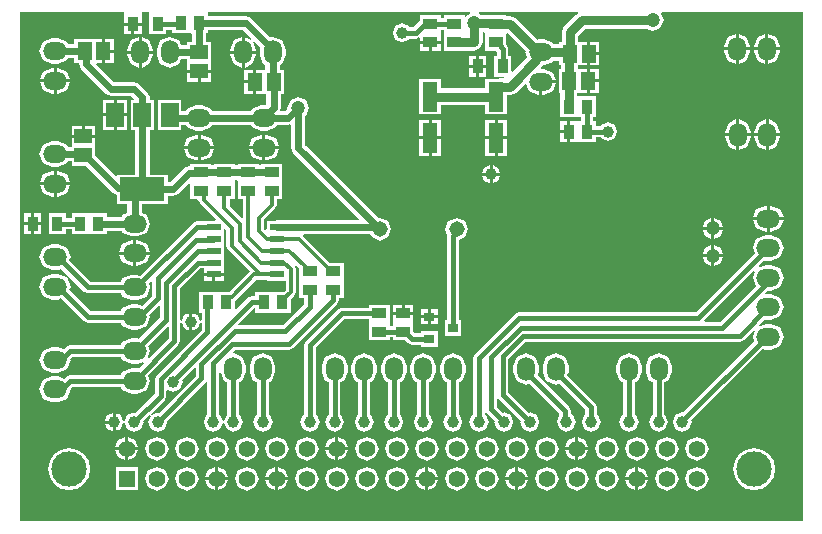
<source format=gbl>
G04*
G04 #@! TF.GenerationSoftware,Altium Limited,Altium Designer,20.0.11 (256)*
G04*
G04 Layer_Physical_Order=2*
G04 Layer_Color=16711680*
%FSLAX44Y44*%
%MOMM*%
G71*
G01*
G75*
%ADD17R,1.2500X0.9500*%
%ADD24R,1.5000X1.3000*%
%ADD63C,0.4000*%
%ADD64C,0.6000*%
%ADD65O,1.5240X2.0000*%
%ADD66C,1.3080*%
%ADD67O,2.0000X1.5000*%
%ADD68C,1.3980*%
%ADD69R,1.3980X1.3980*%
%ADD70O,2.0000X1.5240*%
%ADD71C,1.0000*%
%ADD72C,1.2000*%
%ADD73C,3.0000*%
%ADD74R,0.9000X0.8000*%
%ADD75R,1.3000X2.5000*%
%ADD76R,0.9500X1.2500*%
%ADD77R,0.9500X1.2500*%
%ADD78R,1.3000X1.5000*%
%ADD79R,1.5000X2.0000*%
%ADD80R,3.8000X2.0000*%
%ADD81R,1.1800X0.5800*%
%ADD82C,0.8000*%
%ADD83C,0.3000*%
G36*
X663000Y0D02*
X0D01*
Y431000D01*
X88565D01*
X88710Y429790D01*
X88710Y429730D01*
Y422270D01*
X103290D01*
Y429730D01*
X103290Y429790D01*
X103435Y431000D01*
X109565D01*
X109710Y429790D01*
X109710Y429730D01*
Y412210D01*
X124290D01*
Y416086D01*
X129228D01*
Y413210D01*
X143458D01*
X143808Y413210D01*
X144751D01*
X146021Y412422D01*
Y406040D01*
X141960D01*
Y402996D01*
X136582D01*
X134859Y407156D01*
X127083Y410377D01*
X119306Y407156D01*
X116085Y399380D01*
Y394620D01*
X119306Y386844D01*
X127083Y383623D01*
X134859Y386844D01*
X136582Y391003D01*
X141960D01*
Y387960D01*
Y382270D01*
X162040D01*
Y387960D01*
Y406040D01*
X158014D01*
Y413210D01*
X159308D01*
Y416003D01*
X189061D01*
X196246Y408819D01*
X195527Y407742D01*
X190435Y409851D01*
Y398270D01*
X200162D01*
Y399380D01*
X197527Y405742D01*
X198604Y406461D01*
X203905Y401160D01*
X203168Y399380D01*
Y394620D01*
X206389Y386844D01*
X208169Y386107D01*
Y382040D01*
X200270D01*
Y372000D01*
Y361960D01*
X209004D01*
Y352605D01*
X208703Y352305D01*
X204293D01*
X196608Y349122D01*
X195909Y347434D01*
X162883D01*
X162184Y349122D01*
X154500Y352305D01*
X149500D01*
X141816Y349122D01*
X141117Y347434D01*
X137040D01*
Y356540D01*
X116960D01*
Y331460D01*
X137040D01*
Y335441D01*
X141117D01*
X141816Y333753D01*
X149500Y330570D01*
X154500D01*
X162184Y333753D01*
X162883Y335441D01*
X195909D01*
X196608Y333753D01*
X204293Y330570D01*
X209293D01*
X216977Y333753D01*
X217676Y335441D01*
X227437D01*
X228948Y336067D01*
X230004Y335361D01*
Y316322D01*
X231760Y312082D01*
X287672Y256170D01*
X287186Y254996D01*
X217730D01*
X216387Y254440D01*
X209290D01*
Y247083D01*
X208117Y246597D01*
X206903Y247811D01*
Y255189D01*
X216622Y264908D01*
X216622Y264908D01*
X217903Y268000D01*
X217903Y268000D01*
Y272523D01*
X222362D01*
Y286752D01*
X222362Y287103D01*
Y288022D01*
X222362Y288372D01*
Y302603D01*
X204782D01*
Y301309D01*
X202320D01*
Y302603D01*
X184740D01*
Y301309D01*
X182277D01*
Y302603D01*
X164697D01*
Y301309D01*
X162235D01*
Y302603D01*
X144655D01*
Y300847D01*
X143538D01*
X139298Y299091D01*
X127204Y286996D01*
X125540D01*
Y293540D01*
X109997D01*
Y331460D01*
X114040D01*
Y356540D01*
X109997D01*
Y359000D01*
X108240Y363240D01*
X101240Y370240D01*
X97000Y371996D01*
X79484D01*
X64694Y386787D01*
X65180Y387960D01*
X69730D01*
Y398000D01*
Y408040D01*
X45960D01*
Y403914D01*
X40893D01*
X40156Y405694D01*
X32380Y408915D01*
X27620D01*
X19844Y405694D01*
X16623Y397918D01*
X19844Y390141D01*
X27620Y386920D01*
X32380D01*
X40156Y390141D01*
X40893Y391921D01*
X45960D01*
Y387960D01*
X50160D01*
Y386843D01*
X51917Y382603D01*
X72760Y361760D01*
X77000Y360004D01*
X94516D01*
X96806Y357713D01*
X96320Y356540D01*
X93960D01*
Y331460D01*
X98004D01*
Y293540D01*
X82460D01*
Y292680D01*
X81287Y292194D01*
X64040Y309440D01*
Y316960D01*
Y324730D01*
X43960D01*
Y316831D01*
X40893D01*
X40156Y318611D01*
X32380Y321832D01*
X27620D01*
X19844Y318611D01*
X16623Y310835D01*
X19844Y303059D01*
X27620Y299838D01*
X32380D01*
X40156Y303059D01*
X40893Y304839D01*
X43960D01*
Y300960D01*
X55560D01*
X78760Y277760D01*
X82460Y276227D01*
Y268460D01*
X91316D01*
Y261419D01*
X87128Y259684D01*
X86429Y257996D01*
X74082D01*
Y260790D01*
X59853D01*
X59503Y260790D01*
X58583D01*
X58232Y260790D01*
X44002D01*
Y256914D01*
X39290D01*
Y260790D01*
X24710D01*
Y243210D01*
X39290D01*
Y247086D01*
X44002D01*
Y243210D01*
X58232D01*
X58583Y243210D01*
X59503D01*
X59853Y243210D01*
X74082D01*
Y246003D01*
X86429D01*
X87128Y244316D01*
X94812Y241133D01*
X99813D01*
X107497Y244316D01*
X110680Y252000D01*
X107497Y259684D01*
X103309Y261419D01*
Y268460D01*
X125540D01*
Y275004D01*
X129688D01*
X133928Y276760D01*
X143385Y286217D01*
X144655Y285691D01*
Y272523D01*
X150177D01*
X151350Y272320D01*
X152631Y269228D01*
X163530Y258329D01*
X163530Y258329D01*
X163530Y258329D01*
X166246Y255613D01*
X165760Y254440D01*
X156090D01*
Y253914D01*
X150000D01*
X146525Y252475D01*
X101978Y207928D01*
X99813Y208825D01*
X94812D01*
X87128Y205642D01*
X85981Y202871D01*
X60210D01*
X42192Y220890D01*
X43377Y223752D01*
X40156Y231528D01*
X32380Y234750D01*
X27620D01*
X19844Y231528D01*
X16623Y223752D01*
X19844Y215976D01*
X27620Y212755D01*
X32380D01*
X35242Y213941D01*
X54700Y194483D01*
X58175Y193043D01*
X85981D01*
X87128Y190273D01*
X94812Y187090D01*
X99813D01*
X107497Y190273D01*
X110680Y197957D01*
X109282Y201332D01*
X110913Y202963D01*
X112086Y202477D01*
Y191035D01*
X103392Y182342D01*
X99813Y183825D01*
X94812D01*
X87128Y180642D01*
X85981Y177871D01*
X60210D01*
X42192Y195890D01*
X43377Y198752D01*
X40156Y206528D01*
X32380Y209750D01*
X27620D01*
X19844Y206528D01*
X16623Y198752D01*
X19844Y190976D01*
X27620Y187755D01*
X32380D01*
X35242Y188941D01*
X54700Y169483D01*
X58175Y168043D01*
X85981D01*
X87128Y165273D01*
X94812Y162090D01*
X99813D01*
X107497Y165273D01*
X110680Y172957D01*
X109868Y174918D01*
X117913Y182963D01*
X119086Y182477D01*
Y172638D01*
X100815Y154367D01*
X99813Y154782D01*
X94812D01*
X87128Y151599D01*
X85981Y148829D01*
X42667D01*
X39192Y147390D01*
X37393Y145591D01*
X32380Y147667D01*
X27620D01*
X19844Y144446D01*
X16623Y136670D01*
X19844Y128894D01*
X27620Y125673D01*
X32380D01*
X40156Y128894D01*
X43377Y136670D01*
X43082Y137381D01*
X44702Y139001D01*
X85981D01*
X87128Y136231D01*
X94812Y133048D01*
X99813D01*
X104741Y135089D01*
X105461Y134012D01*
X100815Y129367D01*
X99813Y129782D01*
X94812D01*
X87128Y126599D01*
X85981Y123829D01*
X42667D01*
X39192Y122390D01*
X37393Y120591D01*
X32380Y122667D01*
X27620D01*
X19844Y119446D01*
X16623Y111670D01*
X19844Y103894D01*
X27620Y100673D01*
X32380D01*
X40156Y103894D01*
X43377Y111670D01*
X43082Y112381D01*
X44702Y114001D01*
X85981D01*
X87128Y111231D01*
X94812Y108048D01*
X99813D01*
X107497Y111231D01*
X110680Y118915D01*
X108800Y123453D01*
X134475Y149128D01*
X134475Y149128D01*
X135914Y152602D01*
X135914Y152602D01*
Y167914D01*
X137184Y168166D01*
X139229Y163229D01*
X143730Y161365D01*
Y169000D01*
Y176635D01*
X139229Y174771D01*
X137184Y169834D01*
X135914Y170086D01*
Y196964D01*
X153035Y214086D01*
X156090D01*
Y210270D01*
X172970D01*
Y213560D01*
Y223560D01*
Y233560D01*
Y247230D01*
X174143Y247716D01*
X175157Y246702D01*
Y233165D01*
X175157Y233165D01*
X176438Y230073D01*
X194960Y211551D01*
X177749Y194340D01*
X177476Y194227D01*
X167740D01*
Y194228D01*
X166820D01*
Y194227D01*
X152240D01*
Y176647D01*
X154086D01*
Y170086D01*
X152816Y169834D01*
X150771Y174771D01*
X146270Y176635D01*
Y169000D01*
Y161365D01*
X150771Y163229D01*
X152816Y168166D01*
X154086Y167914D01*
Y162036D01*
X115985Y123935D01*
X114546Y120460D01*
Y108496D01*
X97857Y91806D01*
X97000Y92161D01*
X91229Y89771D01*
X89187Y84841D01*
X87813D01*
X85771Y89771D01*
X81270Y91635D01*
Y84000D01*
Y76365D01*
X85771Y78229D01*
X87813Y83159D01*
X89187D01*
X91229Y78229D01*
X97000Y75839D01*
X102771Y78229D01*
X105161Y84000D01*
X104806Y84857D01*
X109949Y90000D01*
X111026Y89280D01*
X108839Y84000D01*
X111229Y78229D01*
X117000Y75839D01*
X122771Y78229D01*
X125161Y84000D01*
X124806Y84857D01*
X157475Y117525D01*
X157816Y118349D01*
X159086Y118096D01*
Y90126D01*
X158229Y89771D01*
X155839Y84000D01*
X158229Y78229D01*
X164000Y75839D01*
X169771Y78229D01*
X171813Y83159D01*
X173187D01*
X175229Y78229D01*
X181000Y75839D01*
X186771Y78229D01*
X189161Y84000D01*
X186771Y89771D01*
X185749Y90194D01*
Y117727D01*
X188446Y118844D01*
X191667Y126620D01*
Y131380D01*
X188446Y139156D01*
X181166Y142172D01*
X180749Y143550D01*
X182284Y145086D01*
X228000D01*
X231475Y146525D01*
X269047Y184098D01*
X270487Y187572D01*
Y188710D01*
X274362D01*
Y203290D01*
X274363D01*
Y204210D01*
X274362D01*
Y218790D01*
X262967D01*
X240023Y241733D01*
X240530Y243004D01*
X296961D01*
X298050Y240373D01*
X305000Y237494D01*
X311950Y240373D01*
X314828Y247322D01*
X311950Y254272D01*
X305000Y257150D01*
X304047Y256756D01*
X241996Y318806D01*
Y343240D01*
X242536Y343464D01*
X245244Y350000D01*
X242536Y356536D01*
X236000Y359244D01*
X229464Y356536D01*
X226756Y350000D01*
X226980Y349460D01*
X224954Y347434D01*
X221026D01*
X220321Y348490D01*
X220996Y350121D01*
Y361960D01*
X224040D01*
Y382040D01*
X220161D01*
Y386107D01*
X221941Y386844D01*
X225162Y394620D01*
Y399380D01*
X221941Y407156D01*
X214165Y410377D01*
X212385Y409640D01*
X195785Y426240D01*
X191545Y427996D01*
X160206D01*
X159308Y428894D01*
X159308Y430790D01*
X160491Y431000D01*
X381157D01*
X381405Y429754D01*
X378464Y428536D01*
X377951Y427297D01*
X376705Y427545D01*
Y428290D01*
X359125D01*
Y425914D01*
X356662D01*
Y428290D01*
X339082D01*
Y424160D01*
X333389Y418466D01*
X330126D01*
X329771Y419323D01*
X324000Y421713D01*
X318229Y419323D01*
X315839Y413552D01*
X318229Y407781D01*
X324000Y405391D01*
X329771Y407781D01*
X330126Y408638D01*
X335424D01*
X337812Y409627D01*
X339082Y408778D01*
Y406770D01*
X356662D01*
Y412790D01*
X356662Y412790D01*
Y413710D01*
X356662D01*
X356662Y414060D01*
Y416086D01*
X359125D01*
Y413710D01*
X359125D01*
Y412790D01*
X359125D01*
Y398210D01*
X376705D01*
Y398421D01*
X384958D01*
X389963Y400494D01*
X392036Y405500D01*
Y414132D01*
X393306Y414369D01*
X394210Y413710D01*
Y412790D01*
X394210D01*
Y398210D01*
X403595D01*
X403775Y397775D01*
X404086Y397464D01*
Y394082D01*
X401710D01*
Y376502D01*
X410479D01*
X411157Y375233D01*
X411055Y375079D01*
X405996D01*
X404695Y374540D01*
X394456D01*
Y366579D01*
X356536D01*
Y374540D01*
X338456D01*
Y344460D01*
X356536D01*
Y352421D01*
X394456D01*
Y344460D01*
X412536D01*
Y360921D01*
X415007D01*
X420013Y362994D01*
X427515Y370497D01*
X428761Y370249D01*
X431256Y364224D01*
X439033Y361003D01*
X440143D01*
Y372000D01*
X441413D01*
Y373270D01*
X454264D01*
X451569Y379776D01*
X443793Y382997D01*
X441675D01*
X441189Y384170D01*
X442653Y385634D01*
X442805Y386003D01*
X443793D01*
X451569Y389224D01*
X451858Y389921D01*
X456752D01*
Y385960D01*
X458276D01*
Y383040D01*
X456315D01*
Y362960D01*
X457921D01*
Y359790D01*
X457710D01*
Y342210D01*
X471940D01*
X472290Y342210D01*
X473210D01*
X473560Y342210D01*
X475586D01*
Y338790D01*
X473560D01*
X473210Y338790D01*
X472290D01*
X471940Y338790D01*
X466270D01*
Y330000D01*
Y321210D01*
X471940D01*
X472290Y321210D01*
X473210D01*
X473560Y321210D01*
X487790D01*
Y325086D01*
X491874D01*
X492229Y324229D01*
X498000Y321839D01*
X503771Y324229D01*
X506161Y330000D01*
X503771Y335771D01*
X498000Y338161D01*
X492229Y335771D01*
X491874Y334914D01*
X487790D01*
Y338790D01*
X485414D01*
Y342210D01*
X487790D01*
Y359790D01*
X473560D01*
X473210Y359790D01*
X472079Y360125D01*
Y362960D01*
X480085D01*
Y373000D01*
Y383040D01*
X472434D01*
Y385960D01*
X480522D01*
Y396000D01*
Y406040D01*
X473079D01*
Y411068D01*
X478932Y416921D01*
X530774D01*
X536000Y414756D01*
X542536Y417464D01*
X545244Y424000D01*
X542870Y429730D01*
X543719Y431000D01*
X663000D01*
Y0D01*
D02*
G37*
G36*
X472744Y429730D02*
X470994Y429006D01*
X460994Y419006D01*
X458921Y414000D01*
Y406040D01*
X456752D01*
Y404079D01*
X451858D01*
X451569Y404776D01*
X443793Y407997D01*
X439033D01*
X438489Y407772D01*
X420256Y426005D01*
X415250Y428079D01*
X411790D01*
Y428290D01*
X403197D01*
X402500Y428579D01*
X391433D01*
X388595Y429754D01*
X388843Y431000D01*
X472491D01*
X472744Y429730D01*
D02*
G37*
G36*
X412905Y413335D02*
X428388Y397851D01*
X428036Y397000D01*
X429781Y392785D01*
X417463Y380467D01*
X416290Y380953D01*
Y394082D01*
X413914D01*
Y399500D01*
X412475Y402975D01*
X411790Y403660D01*
Y412649D01*
X412757Y413384D01*
X412905Y413335D01*
D02*
G37*
G36*
X184740Y288418D02*
X184740Y287103D01*
X184740Y286752D01*
Y272523D01*
X189157D01*
Y257216D01*
X187984Y256730D01*
X177860Y266854D01*
Y272523D01*
X182277D01*
Y286752D01*
X182277Y287103D01*
Y288046D01*
X182770Y288839D01*
X184196Y288961D01*
X184740Y288418D01*
D02*
G37*
G36*
X209290Y203560D02*
X225157D01*
Y195749D01*
X223636Y194227D01*
X215240D01*
Y194228D01*
X214320D01*
Y194227D01*
X199740D01*
Y190352D01*
X196437D01*
X196437Y190352D01*
X192963Y188912D01*
X183493Y179443D01*
X182320Y179929D01*
Y186867D01*
X182872Y187095D01*
X200404Y204627D01*
X203695D01*
X203695Y204627D01*
X203695Y204627D01*
X209290D01*
Y203560D01*
D02*
G37*
G36*
X236740Y214106D02*
Y204210D01*
X236740D01*
Y203290D01*
X236740D01*
Y188710D01*
X240616D01*
Y183565D01*
X222964Y165914D01*
X185523D01*
X185037Y167087D01*
X198470Y180520D01*
X199740Y180516D01*
Y176647D01*
X214320D01*
Y176647D01*
X215240D01*
Y176647D01*
X229820D01*
Y188043D01*
X232622Y190845D01*
X232622Y190845D01*
X233903Y193937D01*
X233903Y193937D01*
Y213657D01*
X233903Y213657D01*
X232849Y216201D01*
X233926Y216920D01*
X236740Y214106D01*
D02*
G37*
G36*
X126086Y164079D02*
Y154638D01*
X109715Y138267D01*
X108638Y138986D01*
X110680Y143915D01*
X108800Y148453D01*
X124913Y164565D01*
X126086Y164079D01*
D02*
G37*
G36*
X149086Y129477D02*
Y123035D01*
X117857Y91806D01*
X117000Y92161D01*
X111720Y89974D01*
X111000Y91051D01*
X122935Y102985D01*
X124374Y106460D01*
Y110523D01*
X125430Y111228D01*
X129992Y109339D01*
X135762Y111729D01*
X138153Y117500D01*
X137361Y119411D01*
X147913Y129963D01*
X149086Y129477D01*
D02*
G37*
G36*
X172894Y118844D02*
X175921Y117590D01*
Y90057D01*
X175229Y89771D01*
X173187Y84841D01*
X171813D01*
X169771Y89771D01*
X168914Y90126D01*
Y125133D01*
X170184Y125386D01*
X172894Y118844D01*
D02*
G37*
%LPC*%
G36*
X103290Y419730D02*
X97270D01*
Y412210D01*
X103290D01*
Y419730D01*
D02*
G37*
G36*
X94730D02*
X88710D01*
Y412210D01*
X94730D01*
Y419730D01*
D02*
G37*
G36*
X608833Y412851D02*
Y401270D01*
X618560D01*
Y402380D01*
X615339Y410156D01*
X608833Y412851D01*
D02*
G37*
G36*
X633832Y412851D02*
Y401270D01*
X643560D01*
Y402380D01*
X640339Y410156D01*
X633832Y412851D01*
D02*
G37*
G36*
X631292Y412851D02*
X624786Y410156D01*
X621565Y402380D01*
Y401270D01*
X631292D01*
Y412851D01*
D02*
G37*
G36*
X606293Y412851D02*
X599786Y410156D01*
X596565Y402380D01*
Y401270D01*
X606293D01*
Y412851D01*
D02*
G37*
G36*
X80040Y408040D02*
X72270D01*
Y399270D01*
X80040D01*
Y408040D01*
D02*
G37*
G36*
X103352Y409851D02*
Y398270D01*
X113080D01*
Y399380D01*
X109859Y407156D01*
X103352Y409851D01*
D02*
G37*
G36*
X187895Y409851D02*
X181389Y407156D01*
X178168Y399380D01*
Y398270D01*
X187895D01*
Y409851D01*
D02*
G37*
G36*
X100813Y409851D02*
X94306Y407156D01*
X91085Y399380D01*
Y398270D01*
X100813D01*
Y409851D01*
D02*
G37*
G36*
X356662Y404230D02*
X349142D01*
Y398210D01*
X356662D01*
Y404230D01*
D02*
G37*
G36*
X346602D02*
X339082D01*
Y398210D01*
X346602D01*
Y404230D01*
D02*
G37*
G36*
X490832Y406040D02*
X483063D01*
Y397270D01*
X490832D01*
Y406040D01*
D02*
G37*
G36*
X80040Y396730D02*
X72270D01*
Y387960D01*
X80040D01*
Y396730D01*
D02*
G37*
G36*
X618560Y398730D02*
X608833D01*
Y387149D01*
X615339Y389844D01*
X618560Y397620D01*
Y398730D01*
D02*
G37*
G36*
X631292D02*
X621565D01*
Y397620D01*
X624786Y389844D01*
X631292Y387149D01*
Y398730D01*
D02*
G37*
G36*
X643560D02*
X633832D01*
Y387149D01*
X640339Y389844D01*
X643560Y397620D01*
Y398730D01*
D02*
G37*
G36*
X606293D02*
X596565D01*
Y397620D01*
X599786Y389844D01*
X606293Y387149D01*
Y398730D01*
D02*
G37*
G36*
X395290Y394082D02*
X389270D01*
Y386562D01*
X395290D01*
Y394082D01*
D02*
G37*
G36*
X386730D02*
X380710D01*
Y386562D01*
X386730D01*
Y394082D01*
D02*
G37*
G36*
X490832Y394730D02*
X483063D01*
Y385960D01*
X490832D01*
Y394730D01*
D02*
G37*
G36*
X187895Y395730D02*
X178168D01*
Y394620D01*
X181389Y386844D01*
X187895Y384149D01*
Y395730D01*
D02*
G37*
G36*
X113080D02*
X103352D01*
Y384149D01*
X109859Y386844D01*
X113080Y394620D01*
Y395730D01*
D02*
G37*
G36*
X100813D02*
X91085D01*
Y394620D01*
X94306Y386844D01*
X100813Y384149D01*
Y395730D01*
D02*
G37*
G36*
X200162D02*
X190435D01*
Y384149D01*
X196941Y386844D01*
X200162Y394620D01*
Y395730D01*
D02*
G37*
G36*
X395290Y384022D02*
X389270D01*
Y376502D01*
X395290D01*
Y384022D01*
D02*
G37*
G36*
X386730D02*
X380710D01*
Y376502D01*
X386730D01*
Y384022D01*
D02*
G37*
G36*
X490395Y383040D02*
X482625D01*
Y374270D01*
X490395D01*
Y383040D01*
D02*
G37*
G36*
X32380Y383915D02*
X31270D01*
Y374188D01*
X42851D01*
X40156Y380694D01*
X32380Y383915D01*
D02*
G37*
G36*
X28730D02*
X27620D01*
X19844Y380694D01*
X17149Y374188D01*
X28730D01*
Y383915D01*
D02*
G37*
G36*
X197730Y382040D02*
X189960D01*
Y373270D01*
X197730D01*
Y382040D01*
D02*
G37*
G36*
X162040Y379730D02*
X153270D01*
Y371960D01*
X162040D01*
Y379730D01*
D02*
G37*
G36*
X150730D02*
X141960D01*
Y371960D01*
X150730D01*
Y379730D01*
D02*
G37*
G36*
X490395Y371730D02*
X482625D01*
Y362960D01*
X490395D01*
Y371730D01*
D02*
G37*
G36*
X197730Y370730D02*
X189960D01*
Y361960D01*
X197730D01*
Y370730D01*
D02*
G37*
G36*
X42851Y371647D02*
X31270D01*
Y361920D01*
X32380D01*
X40156Y365141D01*
X42851Y371647D01*
D02*
G37*
G36*
X28730D02*
X17149D01*
X19844Y365141D01*
X27620Y361920D01*
X28730D01*
Y371647D01*
D02*
G37*
G36*
X454264Y370730D02*
X442683D01*
Y361003D01*
X443793D01*
X451569Y364224D01*
X454264Y370730D01*
D02*
G37*
G36*
X91040Y356540D02*
X82270D01*
Y345270D01*
X91040D01*
Y356540D01*
D02*
G37*
G36*
X79730D02*
X70960D01*
Y345270D01*
X79730D01*
Y356540D01*
D02*
G37*
G36*
X91040Y342730D02*
X82270D01*
Y331460D01*
X91040D01*
Y342730D01*
D02*
G37*
G36*
X79730D02*
X70960D01*
Y331460D01*
X79730D01*
Y342730D01*
D02*
G37*
G36*
X463730Y338790D02*
X457710D01*
Y331270D01*
X463730D01*
Y338790D01*
D02*
G37*
G36*
X609270Y340246D02*
Y328665D01*
X618997D01*
Y329775D01*
X615776Y337551D01*
X609270Y340246D01*
D02*
G37*
G36*
X634270Y340246D02*
Y328665D01*
X643997D01*
Y329775D01*
X640776Y337551D01*
X634270Y340246D01*
D02*
G37*
G36*
X631730Y340246D02*
X625224Y337551D01*
X622003Y329775D01*
Y328665D01*
X631730D01*
Y340246D01*
D02*
G37*
G36*
X606730Y340246D02*
X600224Y337551D01*
X597003Y329775D01*
Y328665D01*
X606730D01*
Y340246D01*
D02*
G37*
G36*
X64040Y335040D02*
X55270D01*
Y327270D01*
X64040D01*
Y335040D01*
D02*
G37*
G36*
X52730D02*
X43960D01*
Y327270D01*
X52730D01*
Y335040D01*
D02*
G37*
G36*
X412536Y339540D02*
X404766D01*
Y325770D01*
X412536D01*
Y339540D01*
D02*
G37*
G36*
X356536D02*
X348766D01*
Y325770D01*
X356536D01*
Y339540D01*
D02*
G37*
G36*
X402226D02*
X394456D01*
Y325770D01*
X402226D01*
Y339540D01*
D02*
G37*
G36*
X346226D02*
X338456D01*
Y325770D01*
X346226D01*
Y339540D01*
D02*
G37*
G36*
X463730Y328730D02*
X457710D01*
Y321210D01*
X463730D01*
Y328730D01*
D02*
G37*
G36*
X209293Y327305D02*
X208063D01*
Y317708D01*
X219634D01*
X216977Y324122D01*
X209293Y327305D01*
D02*
G37*
G36*
X205523D02*
X204293D01*
X196608Y324122D01*
X193951Y317708D01*
X205523D01*
Y327305D01*
D02*
G37*
G36*
X154500D02*
X153270D01*
Y317708D01*
X164841D01*
X162184Y324122D01*
X154500Y327305D01*
D02*
G37*
G36*
X150730D02*
X149500D01*
X141816Y324122D01*
X139159Y317708D01*
X150730D01*
Y327305D01*
D02*
G37*
G36*
X206793Y316437D02*
D01*
D01*
D01*
D02*
G37*
G36*
X631730Y326125D02*
X622003D01*
Y325015D01*
X625224Y317239D01*
X631730Y314544D01*
Y326125D01*
D02*
G37*
G36*
X618997D02*
X609270D01*
Y314544D01*
X615776Y317239D01*
X618997Y325015D01*
Y326125D01*
D02*
G37*
G36*
X606730D02*
X597003D01*
Y325015D01*
X600224Y317239D01*
X606730Y314544D01*
Y326125D01*
D02*
G37*
G36*
X643997D02*
X634270D01*
Y314544D01*
X640776Y317239D01*
X643997Y325015D01*
Y326125D01*
D02*
G37*
G36*
X412536Y323230D02*
X404766D01*
Y309460D01*
X412536D01*
Y323230D01*
D02*
G37*
G36*
X402226D02*
X394456D01*
Y309460D01*
X402226D01*
Y323230D01*
D02*
G37*
G36*
X356536D02*
X348766D01*
Y309460D01*
X356536D01*
Y323230D01*
D02*
G37*
G36*
X346226D02*
X338456D01*
Y309460D01*
X346226D01*
Y323230D01*
D02*
G37*
G36*
X219634Y315168D02*
X208063D01*
Y305570D01*
X209293D01*
X216977Y308753D01*
X219634Y315168D01*
D02*
G37*
G36*
X205523D02*
X193951D01*
X196608Y308753D01*
X204293Y305570D01*
X205523D01*
Y315168D01*
D02*
G37*
G36*
X164841Y315168D02*
X153270D01*
Y305570D01*
X154500D01*
X162184Y308753D01*
X164841Y315168D01*
D02*
G37*
G36*
X150730D02*
X139159D01*
X141816Y308753D01*
X149500Y305570D01*
X150730D01*
Y315168D01*
D02*
G37*
G36*
X400635Y301365D02*
Y295000D01*
X407000D01*
X405136Y299501D01*
X400635Y301365D01*
D02*
G37*
G36*
X398095D02*
X393594Y299501D01*
X391730Y295000D01*
X398095D01*
Y301365D01*
D02*
G37*
G36*
X32380Y296832D02*
X31270D01*
Y287105D01*
X42851D01*
X40156Y293611D01*
X32380Y296832D01*
D02*
G37*
G36*
X28730D02*
X27620D01*
X19844Y293611D01*
X17149Y287105D01*
X28730D01*
Y296832D01*
D02*
G37*
G36*
X407000Y292460D02*
X400635D01*
Y286095D01*
X405136Y287959D01*
X407000Y292460D01*
D02*
G37*
G36*
X398095D02*
X391730D01*
X393594Y287959D01*
X398095Y286095D01*
Y292460D01*
D02*
G37*
G36*
X42851Y284565D02*
X31270D01*
Y274838D01*
X32380D01*
X40156Y278059D01*
X42851Y284565D01*
D02*
G37*
G36*
X28730D02*
X17149D01*
X19844Y278059D01*
X27620Y274838D01*
X28730D01*
Y284565D01*
D02*
G37*
G36*
X636380Y267310D02*
X635270D01*
Y257582D01*
X646851D01*
X644156Y264089D01*
X636380Y267310D01*
D02*
G37*
G36*
X632730D02*
X631620D01*
X623844Y264089D01*
X621149Y257582D01*
X632730D01*
Y267310D01*
D02*
G37*
G36*
X18290Y260790D02*
X12270D01*
Y253270D01*
X18290D01*
Y260790D01*
D02*
G37*
G36*
X9730D02*
X3710D01*
Y253270D01*
X9730D01*
Y260790D01*
D02*
G37*
G36*
X588270Y256717D02*
Y249270D01*
X595718D01*
X593536Y254536D01*
X588270Y256717D01*
D02*
G37*
G36*
X585730D02*
X580464Y254536D01*
X578282Y249270D01*
X585730D01*
Y256717D01*
D02*
G37*
G36*
X646851Y255042D02*
X635270D01*
Y245315D01*
X636380D01*
X644156Y248536D01*
X646851Y255042D01*
D02*
G37*
G36*
X632730D02*
X621149D01*
X623844Y248536D01*
X631620Y245315D01*
X632730D01*
Y255042D01*
D02*
G37*
G36*
X18290Y250730D02*
X12270D01*
Y243210D01*
X18290D01*
Y250730D01*
D02*
G37*
G36*
X9730D02*
X3710D01*
Y243210D01*
X9730D01*
Y250730D01*
D02*
G37*
G36*
X595718Y246730D02*
X588270D01*
Y239282D01*
X593536Y241464D01*
X595718Y246730D01*
D02*
G37*
G36*
X585730D02*
X578282D01*
X580464Y241464D01*
X585730Y239282D01*
Y246730D01*
D02*
G37*
G36*
X99813Y237867D02*
X98582D01*
Y228270D01*
X110154D01*
X107497Y234684D01*
X99813Y237867D01*
D02*
G37*
G36*
X96042D02*
X94812D01*
X87128Y234684D01*
X84471Y228270D01*
X96042D01*
Y237867D01*
D02*
G37*
G36*
X588270Y233718D02*
Y226270D01*
X595718D01*
X593536Y231536D01*
X588270Y233718D01*
D02*
G37*
G36*
X585730D02*
X580464Y231536D01*
X578282Y226270D01*
X585730D01*
Y233718D01*
D02*
G37*
G36*
X636380Y242310D02*
X631620D01*
X623844Y239089D01*
X620623Y231313D01*
X622505Y226768D01*
X572652Y176914D01*
X423000D01*
X419525Y175475D01*
X385525Y141475D01*
X384086Y138000D01*
Y90126D01*
X383229Y89771D01*
X380839Y84000D01*
X383229Y78229D01*
X389000Y75839D01*
X394771Y78229D01*
X397161Y84000D01*
X394771Y89771D01*
X393914Y90126D01*
Y92096D01*
X395184Y92349D01*
X395525Y91525D01*
X402194Y84857D01*
X401839Y84000D01*
X404229Y78229D01*
X410000Y75839D01*
X415771Y78229D01*
X418161Y84000D01*
X415771Y89771D01*
X410000Y92161D01*
X409143Y91806D01*
X403914Y97036D01*
Y104096D01*
X405184Y104349D01*
X405525Y103525D01*
X424194Y84857D01*
X423839Y84000D01*
X426229Y78229D01*
X432000Y75839D01*
X437771Y78229D01*
X440161Y84000D01*
X437771Y89771D01*
X432000Y92161D01*
X431143Y91806D01*
X413914Y109036D01*
Y137467D01*
X428533Y152086D01*
X609688D01*
X613162Y153525D01*
X621581Y161944D01*
X622657Y161224D01*
X620623Y156313D01*
X622056Y152852D01*
X561258Y92054D01*
X561000Y92161D01*
X555229Y89771D01*
X552839Y84000D01*
X555229Y78229D01*
X561000Y75839D01*
X566771Y78229D01*
X569161Y84000D01*
X568559Y85455D01*
X629356Y146253D01*
X631620Y145315D01*
X636380D01*
X644156Y148536D01*
X647377Y156313D01*
X644156Y164089D01*
X636380Y167310D01*
X631620D01*
X626708Y165275D01*
X625989Y166352D01*
X630441Y170804D01*
X631620Y170315D01*
X636380D01*
X644156Y173536D01*
X647377Y181313D01*
X644156Y189089D01*
X636380Y192310D01*
X632055D01*
X631465Y193515D01*
X633265Y195315D01*
X636380D01*
X644156Y198536D01*
X647377Y206313D01*
X644156Y214089D01*
X636380Y217310D01*
X631620D01*
X626708Y215275D01*
X625989Y216352D01*
X630441Y220804D01*
X631620Y220315D01*
X636380D01*
X644156Y223536D01*
X647377Y231313D01*
X644156Y239089D01*
X636380Y242310D01*
D02*
G37*
G36*
X595718Y223730D02*
X588270D01*
Y216282D01*
X593536Y218464D01*
X595718Y223730D01*
D02*
G37*
G36*
X585730D02*
X578282D01*
X580464Y218464D01*
X585730Y216282D01*
Y223730D01*
D02*
G37*
G36*
X110154Y225730D02*
X98582D01*
Y216133D01*
X99813D01*
X107497Y219316D01*
X110154Y225730D01*
D02*
G37*
G36*
X96042D02*
X84471D01*
X87128Y219316D01*
X94812Y216133D01*
X96042D01*
Y225730D01*
D02*
G37*
G36*
X172970Y207730D02*
X165800D01*
Y203560D01*
X172970D01*
Y207730D01*
D02*
G37*
G36*
X163260D02*
X156090D01*
Y203560D01*
X163260D01*
Y207730D01*
D02*
G37*
G36*
X333498Y183290D02*
X325978D01*
Y177270D01*
X333498D01*
Y183290D01*
D02*
G37*
G36*
X323438D02*
X315917D01*
Y177270D01*
X323438D01*
Y183290D01*
D02*
G37*
G36*
X354040Y179685D02*
X348270D01*
Y174415D01*
X354040D01*
Y179685D01*
D02*
G37*
G36*
X345730D02*
X339960D01*
Y174415D01*
X345730D01*
Y179685D01*
D02*
G37*
G36*
X354040Y171875D02*
X348270D01*
Y166605D01*
X354040D01*
Y171875D01*
D02*
G37*
G36*
X345730D02*
X339960D01*
Y166605D01*
X345730D01*
Y171875D01*
D02*
G37*
G36*
X370000Y257150D02*
X363050Y254272D01*
X360172Y247322D01*
X362259Y242283D01*
X362086Y241865D01*
Y170185D01*
X359960D01*
Y157105D01*
X374040D01*
Y170185D01*
X371914D01*
Y238287D01*
X376950Y240373D01*
X379828Y247322D01*
X376950Y254272D01*
X370000Y257150D01*
D02*
G37*
G36*
X313455Y183435D02*
X295875D01*
Y180914D01*
X273000D01*
X269525Y179475D01*
X242525Y152475D01*
X241086Y149000D01*
Y90126D01*
X240229Y89771D01*
X237839Y84000D01*
X240229Y78229D01*
X246000Y75839D01*
X251771Y78229D01*
X254161Y84000D01*
X251771Y89771D01*
X250914Y90126D01*
Y146965D01*
X275035Y171086D01*
X295875D01*
Y169205D01*
X295875Y168855D01*
Y167935D01*
X295875Y167585D01*
Y153355D01*
X313455D01*
Y155658D01*
X315917D01*
Y153210D01*
X326548D01*
X329088Y150670D01*
X332563Y149231D01*
X339960D01*
Y147605D01*
X354040D01*
Y160685D01*
X339960D01*
Y159059D01*
X334598D01*
X333498Y160159D01*
Y167440D01*
X333498Y167790D01*
Y168710D01*
X333498Y169060D01*
Y174730D01*
X324707D01*
X315917D01*
Y169060D01*
X315917Y168710D01*
Y167790D01*
X315917Y167440D01*
Y165487D01*
X313455D01*
Y167585D01*
X313455Y167935D01*
Y168855D01*
X313455Y169205D01*
Y183435D01*
D02*
G37*
G36*
X78730Y91635D02*
X74229Y89771D01*
X72365Y85270D01*
X78730D01*
Y91635D01*
D02*
G37*
G36*
Y82730D02*
X72365D01*
X74229Y78229D01*
X78730Y76365D01*
Y82730D01*
D02*
G37*
G36*
X541000Y142377D02*
X533224Y139156D01*
X530003Y131380D01*
Y126620D01*
X533224Y118844D01*
X536086Y117658D01*
Y90126D01*
X535229Y89771D01*
X532839Y84000D01*
X535229Y78229D01*
X541000Y75839D01*
X546771Y78229D01*
X549161Y84000D01*
X546771Y89771D01*
X545914Y90126D01*
Y117658D01*
X548776Y118844D01*
X551997Y126620D01*
Y131380D01*
X548776Y139156D01*
X541000Y142377D01*
D02*
G37*
G36*
X516000D02*
X508224Y139156D01*
X505003Y131380D01*
Y126620D01*
X508224Y118844D01*
X511086Y117658D01*
Y90126D01*
X510229Y89771D01*
X507839Y84000D01*
X510229Y78229D01*
X516000Y75839D01*
X521771Y78229D01*
X524161Y84000D01*
X521771Y89771D01*
X520914Y90126D01*
Y117658D01*
X523776Y118844D01*
X526997Y126620D01*
Y131380D01*
X523776Y139156D01*
X516000Y142377D01*
D02*
G37*
G36*
X453835D02*
X446059Y139156D01*
X442838Y131380D01*
Y126620D01*
X446059Y118844D01*
X453835Y115623D01*
X456697Y116808D01*
X479086Y94419D01*
Y90126D01*
X478229Y89771D01*
X475839Y84000D01*
X478229Y78229D01*
X484000Y75839D01*
X489771Y78229D01*
X492161Y84000D01*
X489771Y89771D01*
X488914Y90126D01*
Y96455D01*
X488914Y96455D01*
X487475Y99930D01*
X463647Y123758D01*
X464832Y126620D01*
Y131380D01*
X461611Y139156D01*
X453835Y142377D01*
D02*
G37*
G36*
X428835D02*
X421059Y139156D01*
X417838Y131380D01*
Y126620D01*
X421059Y118844D01*
X428835Y115623D01*
X431697Y116808D01*
X456937Y91568D01*
Y89068D01*
X454838Y84000D01*
X457228Y78229D01*
X462999Y75839D01*
X468770Y78229D01*
X471160Y84000D01*
X468770Y89771D01*
X466765Y90601D01*
Y93604D01*
X465326Y97079D01*
X438647Y123758D01*
X439832Y126620D01*
Y131380D01*
X436611Y139156D01*
X428835Y142377D01*
D02*
G37*
G36*
X366753D02*
X358976Y139156D01*
X355755Y131380D01*
Y126620D01*
X358976Y118844D01*
X361838Y117658D01*
Y90126D01*
X360982Y89771D01*
X358591Y84000D01*
X360982Y78229D01*
X366753Y75839D01*
X372523Y78229D01*
X374914Y84000D01*
X372523Y89771D01*
X371666Y90126D01*
Y117658D01*
X374529Y118844D01*
X377750Y126620D01*
Y131380D01*
X374529Y139156D01*
X366753Y142377D01*
D02*
G37*
G36*
X341753D02*
X333976Y139156D01*
X330755Y131380D01*
Y126620D01*
X333976Y118844D01*
X336838Y117658D01*
Y90126D01*
X335982Y89771D01*
X333591Y84000D01*
X335982Y78229D01*
X341753Y75839D01*
X347523Y78229D01*
X349914Y84000D01*
X347523Y89771D01*
X346666Y90126D01*
Y117658D01*
X349529Y118844D01*
X352750Y126620D01*
Y131380D01*
X349529Y139156D01*
X341753Y142377D01*
D02*
G37*
G36*
X316752D02*
X308976Y139156D01*
X305755Y131380D01*
Y126620D01*
X308976Y118844D01*
X311838Y117658D01*
Y90126D01*
X310982Y89771D01*
X308591Y84000D01*
X310982Y78229D01*
X316752Y75839D01*
X322523Y78229D01*
X324914Y84000D01*
X322523Y89771D01*
X321666Y90126D01*
Y117658D01*
X324529Y118844D01*
X327750Y126620D01*
Y131380D01*
X324529Y139156D01*
X316752Y142377D01*
D02*
G37*
G36*
X291752D02*
X283976Y139156D01*
X280755Y131380D01*
Y126620D01*
X283976Y118844D01*
X286838Y117658D01*
Y90126D01*
X285982Y89771D01*
X283591Y84000D01*
X285982Y78229D01*
X291752Y75839D01*
X297523Y78229D01*
X299914Y84000D01*
X297523Y89771D01*
X296667Y90126D01*
Y117658D01*
X299529Y118844D01*
X302750Y126620D01*
Y131380D01*
X299529Y139156D01*
X291752Y142377D01*
D02*
G37*
G36*
X266752D02*
X258976Y139156D01*
X255755Y131380D01*
Y126620D01*
X258976Y118844D01*
X261838Y117658D01*
Y90126D01*
X260982Y89771D01*
X258591Y84000D01*
X260982Y78229D01*
X266752Y75839D01*
X272523Y78229D01*
X274914Y84000D01*
X272523Y89771D01*
X271667Y90126D01*
Y117658D01*
X274529Y118844D01*
X277750Y126620D01*
Y131380D01*
X274529Y139156D01*
X266752Y142377D01*
D02*
G37*
G36*
X205670D02*
X197894Y139156D01*
X194673Y131380D01*
Y126620D01*
X197894Y118844D01*
X200921Y117590D01*
Y90057D01*
X200229Y89771D01*
X197839Y84000D01*
X200229Y78229D01*
X206000Y75839D01*
X211771Y78229D01*
X214161Y84000D01*
X211771Y89771D01*
X210749Y90194D01*
Y117727D01*
X213446Y118844D01*
X216667Y126620D01*
Y131380D01*
X213446Y139156D01*
X205670Y142377D01*
D02*
G37*
G36*
X473033Y71189D02*
Y62670D01*
X481552D01*
X479057Y68694D01*
X473033Y71189D01*
D02*
G37*
G36*
X470493D02*
X464469Y68694D01*
X461973Y62670D01*
X470493D01*
Y71189D01*
D02*
G37*
G36*
X269833D02*
Y62670D01*
X278352D01*
X275856Y68694D01*
X269833Y71189D01*
D02*
G37*
G36*
X267293D02*
X261269Y68694D01*
X258773Y62670D01*
X267293D01*
Y71189D01*
D02*
G37*
G36*
X92033D02*
Y62670D01*
X100552D01*
X98056Y68694D01*
X92033Y71189D01*
D02*
G37*
G36*
X89493D02*
X83469Y68694D01*
X80973Y62670D01*
X89493D01*
Y71189D01*
D02*
G37*
G36*
X481552Y60130D02*
X473033D01*
Y51611D01*
X479057Y54106D01*
X481552Y60130D01*
D02*
G37*
G36*
X470493D02*
X461973D01*
X464469Y54106D01*
X470493Y51611D01*
Y60130D01*
D02*
G37*
G36*
X278352D02*
X269833D01*
Y51611D01*
X275856Y54106D01*
X278352Y60130D01*
D02*
G37*
G36*
X267293D02*
X258773D01*
X261269Y54106D01*
X267293Y51611D01*
Y60130D01*
D02*
G37*
G36*
X100552D02*
X92033D01*
Y51611D01*
X98056Y54106D01*
X100552Y60130D01*
D02*
G37*
G36*
X89493D02*
X80973D01*
X83469Y54106D01*
X89493Y51611D01*
Y60130D01*
D02*
G37*
G36*
X573363Y71715D02*
X566069Y68694D01*
X563047Y61400D01*
X566069Y54106D01*
X573363Y51085D01*
X580657Y54106D01*
X583678Y61400D01*
X580657Y68694D01*
X573363Y71715D01*
D02*
G37*
G36*
X547963D02*
X540669Y68694D01*
X537647Y61400D01*
X540669Y54106D01*
X547963Y51085D01*
X555257Y54106D01*
X558278Y61400D01*
X555257Y68694D01*
X547963Y71715D01*
D02*
G37*
G36*
X522563D02*
X515269Y68694D01*
X512247Y61400D01*
X515269Y54106D01*
X522563Y51085D01*
X529856Y54106D01*
X532878Y61400D01*
X529856Y68694D01*
X522563Y71715D01*
D02*
G37*
G36*
X497163D02*
X489869Y68694D01*
X486847Y61400D01*
X489869Y54106D01*
X497163Y51085D01*
X504456Y54106D01*
X507478Y61400D01*
X504456Y68694D01*
X497163Y71715D01*
D02*
G37*
G36*
X446363D02*
X439069Y68694D01*
X436047Y61400D01*
X439069Y54106D01*
X446363Y51085D01*
X453657Y54106D01*
X456678Y61400D01*
X453657Y68694D01*
X446363Y71715D01*
D02*
G37*
G36*
X420963D02*
X413669Y68694D01*
X410647Y61400D01*
X413669Y54106D01*
X420963Y51085D01*
X428256Y54106D01*
X431278Y61400D01*
X428256Y68694D01*
X420963Y71715D01*
D02*
G37*
G36*
X395563D02*
X388269Y68694D01*
X385247Y61400D01*
X388269Y54106D01*
X395563Y51085D01*
X402856Y54106D01*
X405878Y61400D01*
X402856Y68694D01*
X395563Y71715D01*
D02*
G37*
G36*
X370163D02*
X362869Y68694D01*
X359847Y61400D01*
X362869Y54106D01*
X370163Y51085D01*
X377457Y54106D01*
X380478Y61400D01*
X377457Y68694D01*
X370163Y71715D01*
D02*
G37*
G36*
X344763D02*
X337469Y68694D01*
X334447Y61400D01*
X337469Y54106D01*
X344763Y51085D01*
X352057Y54106D01*
X355078Y61400D01*
X352057Y68694D01*
X344763Y71715D01*
D02*
G37*
G36*
X319363D02*
X312069Y68694D01*
X309047Y61400D01*
X312069Y54106D01*
X319363Y51085D01*
X326656Y54106D01*
X329678Y61400D01*
X326656Y68694D01*
X319363Y71715D01*
D02*
G37*
G36*
X293963D02*
X286669Y68694D01*
X283647Y61400D01*
X286669Y54106D01*
X293963Y51085D01*
X301257Y54106D01*
X304278Y61400D01*
X301257Y68694D01*
X293963Y71715D01*
D02*
G37*
G36*
X243163D02*
X235869Y68694D01*
X232847Y61400D01*
X235869Y54106D01*
X243163Y51085D01*
X250457Y54106D01*
X253478Y61400D01*
X250457Y68694D01*
X243163Y71715D01*
D02*
G37*
G36*
X217763D02*
X210469Y68694D01*
X207447Y61400D01*
X210469Y54106D01*
X217763Y51085D01*
X225056Y54106D01*
X228078Y61400D01*
X225056Y68694D01*
X217763Y71715D01*
D02*
G37*
G36*
X192363D02*
X185069Y68694D01*
X182047Y61400D01*
X185069Y54106D01*
X192363Y51085D01*
X199657Y54106D01*
X202678Y61400D01*
X199657Y68694D01*
X192363Y71715D01*
D02*
G37*
G36*
X166963D02*
X159669Y68694D01*
X156647Y61400D01*
X159669Y54106D01*
X166963Y51085D01*
X174256Y54106D01*
X177278Y61400D01*
X174256Y68694D01*
X166963Y71715D01*
D02*
G37*
G36*
X141563D02*
X134269Y68694D01*
X131247Y61400D01*
X134269Y54106D01*
X141563Y51085D01*
X148856Y54106D01*
X151878Y61400D01*
X148856Y68694D01*
X141563Y71715D01*
D02*
G37*
G36*
X116163D02*
X108869Y68694D01*
X105847Y61400D01*
X108869Y54106D01*
X116163Y51085D01*
X123456Y54106D01*
X126478Y61400D01*
X123456Y68694D01*
X116163Y71715D01*
D02*
G37*
G36*
X523833Y45789D02*
Y37270D01*
X532352D01*
X529856Y43294D01*
X523833Y45789D01*
D02*
G37*
G36*
X521293D02*
X515269Y43294D01*
X512773Y37270D01*
X521293D01*
Y45789D01*
D02*
G37*
G36*
X422233D02*
Y37270D01*
X430752D01*
X428256Y43294D01*
X422233Y45789D01*
D02*
G37*
G36*
X419693D02*
X413669Y43294D01*
X411173Y37270D01*
X419693D01*
Y45789D01*
D02*
G37*
G36*
X346033D02*
Y37270D01*
X354552D01*
X352057Y43294D01*
X346033Y45789D01*
D02*
G37*
G36*
X343493D02*
X337469Y43294D01*
X334973Y37270D01*
X343493D01*
Y45789D01*
D02*
G37*
G36*
X219033D02*
Y37270D01*
X227552D01*
X225056Y43294D01*
X219033Y45789D01*
D02*
G37*
G36*
X216493D02*
X210469Y43294D01*
X207973Y37270D01*
X216493D01*
Y45789D01*
D02*
G37*
G36*
X168233D02*
Y37270D01*
X176752D01*
X174256Y43294D01*
X168233Y45789D01*
D02*
G37*
G36*
X165693D02*
X159669Y43294D01*
X157173Y37270D01*
X165693D01*
Y45789D01*
D02*
G37*
G36*
X100293Y45530D02*
X81233D01*
Y26470D01*
X100293D01*
Y45530D01*
D02*
G37*
G36*
X532352Y34730D02*
X523833D01*
Y26211D01*
X529856Y28706D01*
X532352Y34730D01*
D02*
G37*
G36*
X521293D02*
X512773D01*
X515269Y28706D01*
X521293Y26211D01*
Y34730D01*
D02*
G37*
G36*
X430752D02*
X422233D01*
Y26211D01*
X428256Y28706D01*
X430752Y34730D01*
D02*
G37*
G36*
X419693D02*
X411173D01*
X413669Y28706D01*
X419693Y26211D01*
Y34730D01*
D02*
G37*
G36*
X354552D02*
X346033D01*
Y26211D01*
X352057Y28706D01*
X354552Y34730D01*
D02*
G37*
G36*
X343493D02*
X334973D01*
X337469Y28706D01*
X343493Y26211D01*
Y34730D01*
D02*
G37*
G36*
X227552D02*
X219033D01*
Y26211D01*
X225056Y28706D01*
X227552Y34730D01*
D02*
G37*
G36*
X216493D02*
X207973D01*
X210469Y28706D01*
X216493Y26211D01*
Y34730D01*
D02*
G37*
G36*
X176752D02*
X168233D01*
Y26211D01*
X174256Y28706D01*
X176752Y34730D01*
D02*
G37*
G36*
X165693D02*
X157173D01*
X159669Y28706D01*
X165693Y26211D01*
Y34730D01*
D02*
G37*
G36*
X622000Y61884D02*
X615156Y60522D01*
X609354Y56646D01*
X605478Y50844D01*
X604116Y44000D01*
X605478Y37156D01*
X609354Y31354D01*
X615156Y27478D01*
X622000Y26116D01*
X628844Y27478D01*
X634646Y31354D01*
X638522Y37156D01*
X639884Y44000D01*
X638522Y50844D01*
X634646Y56646D01*
X628844Y60522D01*
X622000Y61884D01*
D02*
G37*
G36*
X42000D02*
X35156Y60522D01*
X29354Y56646D01*
X25478Y50844D01*
X24116Y44000D01*
X25478Y37156D01*
X29354Y31354D01*
X35156Y27478D01*
X42000Y26116D01*
X48844Y27478D01*
X54646Y31354D01*
X58522Y37156D01*
X59884Y44000D01*
X58522Y50844D01*
X54646Y56646D01*
X48844Y60522D01*
X42000Y61884D01*
D02*
G37*
G36*
X573363Y46315D02*
X566069Y43294D01*
X563047Y36000D01*
X566069Y28706D01*
X573363Y25685D01*
X580657Y28706D01*
X583678Y36000D01*
X580657Y43294D01*
X573363Y46315D01*
D02*
G37*
G36*
X547963D02*
X540669Y43294D01*
X537647Y36000D01*
X540669Y28706D01*
X547963Y25685D01*
X555257Y28706D01*
X558278Y36000D01*
X555257Y43294D01*
X547963Y46315D01*
D02*
G37*
G36*
X497163D02*
X489869Y43294D01*
X486847Y36000D01*
X489869Y28706D01*
X497163Y25685D01*
X504456Y28706D01*
X507478Y36000D01*
X504456Y43294D01*
X497163Y46315D01*
D02*
G37*
G36*
X471763D02*
X464469Y43294D01*
X461447Y36000D01*
X464469Y28706D01*
X471763Y25685D01*
X479057Y28706D01*
X482078Y36000D01*
X479057Y43294D01*
X471763Y46315D01*
D02*
G37*
G36*
X446363D02*
X439069Y43294D01*
X436047Y36000D01*
X439069Y28706D01*
X446363Y25685D01*
X453657Y28706D01*
X456678Y36000D01*
X453657Y43294D01*
X446363Y46315D01*
D02*
G37*
G36*
X395563D02*
X388269Y43294D01*
X385247Y36000D01*
X388269Y28706D01*
X395563Y25685D01*
X402856Y28706D01*
X405878Y36000D01*
X402856Y43294D01*
X395563Y46315D01*
D02*
G37*
G36*
X370163D02*
X362869Y43294D01*
X359847Y36000D01*
X362869Y28706D01*
X370163Y25685D01*
X377457Y28706D01*
X380478Y36000D01*
X377457Y43294D01*
X370163Y46315D01*
D02*
G37*
G36*
X319363D02*
X312069Y43294D01*
X309047Y36000D01*
X312069Y28706D01*
X319363Y25685D01*
X326656Y28706D01*
X329678Y36000D01*
X326656Y43294D01*
X319363Y46315D01*
D02*
G37*
G36*
X293963D02*
X286669Y43294D01*
X283647Y36000D01*
X286669Y28706D01*
X293963Y25685D01*
X301257Y28706D01*
X304278Y36000D01*
X301257Y43294D01*
X293963Y46315D01*
D02*
G37*
G36*
X268563D02*
X261269Y43294D01*
X258247Y36000D01*
X261269Y28706D01*
X268563Y25685D01*
X275856Y28706D01*
X278878Y36000D01*
X275856Y43294D01*
X268563Y46315D01*
D02*
G37*
G36*
X243163D02*
X235869Y43294D01*
X232847Y36000D01*
X235869Y28706D01*
X243163Y25685D01*
X250457Y28706D01*
X253478Y36000D01*
X250457Y43294D01*
X243163Y46315D01*
D02*
G37*
G36*
X192363D02*
X185069Y43294D01*
X182047Y36000D01*
X185069Y28706D01*
X192363Y25685D01*
X199657Y28706D01*
X202678Y36000D01*
X199657Y43294D01*
X192363Y46315D01*
D02*
G37*
G36*
X141563D02*
X134269Y43294D01*
X131247Y36000D01*
X134269Y28706D01*
X141563Y25685D01*
X148856Y28706D01*
X151878Y36000D01*
X148856Y43294D01*
X141563Y46315D01*
D02*
G37*
G36*
X116163D02*
X108869Y43294D01*
X105847Y36000D01*
X108869Y28706D01*
X116163Y25685D01*
X123456Y28706D01*
X126478Y36000D01*
X123456Y43294D01*
X116163Y46315D01*
D02*
G37*
%LPD*%
G36*
X622657Y211224D02*
X620623Y206313D01*
X623476Y199425D01*
X592965Y168914D01*
X580210D01*
X579725Y170087D01*
X621581Y211944D01*
X622657Y211224D01*
D02*
G37*
D17*
X324707Y160500D02*
D03*
Y176000D02*
D03*
X304665Y160645D02*
D03*
Y176145D02*
D03*
X367915Y405500D02*
D03*
Y421000D02*
D03*
X347872D02*
D03*
Y405500D02*
D03*
X403000D02*
D03*
Y421000D02*
D03*
X245530Y211500D02*
D03*
Y196000D02*
D03*
X265572Y211500D02*
D03*
Y196000D02*
D03*
X193530Y279813D02*
D03*
Y295312D02*
D03*
X213572Y279813D02*
D03*
Y295312D02*
D03*
X173487D02*
D03*
Y279813D02*
D03*
X153445Y295312D02*
D03*
Y279813D02*
D03*
D24*
X152000Y381000D02*
D03*
Y397000D02*
D03*
X54000Y326000D02*
D03*
Y310000D02*
D03*
D63*
X182000Y161000D02*
X225000D01*
X245530Y181530D02*
Y196000D01*
X225000Y161000D02*
X245530Y181530D01*
X324000Y413552D02*
X335424D01*
X342872Y421000D01*
X344872Y419000D01*
X347372Y421500D02*
X347872Y421000D01*
X344872Y419000D02*
X347372Y421500D01*
X403000Y405500D02*
X404500D01*
X407250Y402750D01*
Y401250D02*
Y402750D01*
Y401250D02*
X409000Y399500D01*
Y385293D02*
Y399500D01*
X150000Y249000D02*
X164530D01*
X98957Y197957D02*
X150000Y249000D01*
X58175Y197957D02*
X98957D01*
X149557Y238557D02*
X164087D01*
X117000Y206000D02*
X149557Y238557D01*
X117000Y189000D02*
Y206000D01*
X97313Y118915D02*
X131000Y152602D01*
Y199000D01*
X151000Y219000D01*
X100957Y172957D02*
X117000Y189000D01*
X97313Y143915D02*
X124000Y170602D01*
Y202000D01*
X151000Y229000D01*
X42667Y143915D02*
X97313D01*
X151000Y219000D02*
X164530D01*
X151000Y229000D02*
X164530D01*
X42667Y118915D02*
X97313D01*
X58175Y172957D02*
X100957D01*
X32000Y252000D02*
X51293D01*
X66792D02*
X66793Y252000D01*
X154000Y121000D02*
Y133000D01*
X117000Y84000D02*
X154000Y121000D01*
X574688Y172000D02*
X634000Y231313D01*
X423000Y172000D02*
X574688D01*
X453835Y126620D02*
Y129000D01*
Y126620D02*
X484000Y96455D01*
Y84000D02*
Y96455D01*
X428835Y126620D02*
Y129000D01*
Y126620D02*
X461851Y93604D01*
Y85148D02*
Y93604D01*
Y85148D02*
X462999Y84000D01*
X399000Y95000D02*
X410000Y84000D01*
X399000Y138751D02*
X424249Y164000D01*
X399000Y95000D02*
Y138751D01*
X389000Y138000D02*
X423000Y172000D01*
X389000Y84000D02*
Y138000D01*
X409000Y107000D02*
Y139502D01*
X426498Y157000D01*
X409000Y107000D02*
X432000Y84000D01*
X424249Y164000D02*
X595000D01*
X426498Y157000D02*
X609688D01*
X634000Y181313D01*
X595000Y164000D02*
X634000Y203000D01*
X304520Y176000D02*
X304665Y176145D01*
X273000Y176000D02*
X304520D01*
X246000Y149000D02*
X273000Y176000D01*
X246000Y84000D02*
Y149000D01*
X367000Y163645D02*
Y241865D01*
X370000Y244865D01*
Y247322D01*
X324707Y160500D02*
X326208D01*
X332563Y154145D01*
X347000D01*
X304665Y160645D02*
X304737Y160572D01*
X324635D01*
X324707Y160500D01*
X480500Y330000D02*
X498000D01*
X480500Y330000D02*
X480500Y330000D01*
X347872Y421000D02*
X367915D01*
X480500Y330000D02*
Y351000D01*
X117000Y421000D02*
X135518D01*
X136518Y422000D01*
X32000Y252000D02*
X33793Y250207D01*
X266752Y129000D02*
X266876Y128876D01*
X266752Y84000D02*
Y129000D01*
X32380Y223752D02*
X58175Y197957D01*
X30000Y223752D02*
X32380D01*
Y198752D02*
X58175Y172957D01*
X30000Y198752D02*
X32380D01*
X35422Y136670D02*
X42667Y143915D01*
X30000Y136670D02*
X35422D01*
Y111670D02*
X42667Y118915D01*
X30000Y111670D02*
X35422D01*
X164087Y238557D02*
X164530Y239000D01*
X119460Y106460D02*
Y120460D01*
X159000Y160000D02*
Y184907D01*
X129992Y118992D02*
X196437Y185437D01*
X119460Y120460D02*
X159000Y160000D01*
X129992Y117500D02*
Y118992D01*
X634000Y203000D02*
Y206313D01*
X632466Y156313D02*
X634000D01*
X561000Y84846D02*
X632466Y156313D01*
X561000Y84000D02*
Y84846D01*
X97000Y84000D02*
X119460Y106460D01*
X159000Y184907D02*
X159530Y185437D01*
X154000Y133000D02*
X182000Y161000D01*
X541000Y84000D02*
Y129000D01*
X516000Y84000D02*
Y129000D01*
X366753Y84000D02*
Y129000D01*
X341753Y84000D02*
Y129000D01*
X291752Y84000D02*
Y129000D01*
X316752Y84000D02*
Y129000D01*
X196437Y185437D02*
X207030D01*
X164000Y82000D02*
Y133751D01*
X180249Y150000D01*
X228000D01*
X265572Y187572D02*
Y196000D01*
X228000Y150000D02*
X265572Y187572D01*
X205670Y129000D02*
X205835Y128835D01*
Y83165D02*
Y128835D01*
Y83165D02*
X206000Y83000D01*
X180670Y129000D02*
X180835Y128835D01*
Y83165D02*
Y128835D01*
Y83165D02*
X181000Y83000D01*
D64*
X66793Y252000D02*
X97313D01*
X236000Y316322D02*
X305000Y247322D01*
X236000Y316322D02*
Y350000D01*
X217730Y249000D02*
X301407D01*
X227437Y341437D02*
X236000Y350000D01*
X206793Y341437D02*
X227437D01*
X301407Y249000D02*
X303084Y247322D01*
X305000D01*
X152018Y397018D02*
Y422000D01*
X152000Y397000D02*
X152018Y397018D01*
X127083Y397000D02*
X152000D01*
X152000Y341437D02*
X206793D01*
Y341914D02*
X215000Y350121D01*
X152018Y422000D02*
X191545D01*
X214165Y397000D02*
Y399380D01*
X127000Y344000D02*
X129563Y341437D01*
X152000D01*
X214165Y372835D02*
X215000Y372000D01*
X191545Y422000D02*
X214165Y399380D01*
Y372835D02*
Y397000D01*
X215000Y350121D02*
Y372000D01*
X206793Y341437D02*
Y341914D01*
X104000Y281000D02*
X129688D01*
X152983Y294851D02*
X153445Y295312D01*
X129688Y281000D02*
X143538Y294851D01*
X152983D01*
X193530Y295312D02*
X213572D01*
X173487D02*
X193530D01*
X153445D02*
X173487D01*
X77000Y366000D02*
X97000D01*
X104000Y359000D01*
X56157Y386843D02*
X77000Y366000D01*
X104000Y344000D02*
Y359000D01*
Y281000D02*
Y344000D01*
X55000Y398000D02*
X56157Y396843D01*
Y386843D02*
Y396843D01*
X54917Y397918D02*
X55000Y398000D01*
X30000Y397918D02*
X54917D01*
X55000Y310000D02*
X83000Y282000D01*
X103000D01*
X104000Y281000D01*
X53165Y310835D02*
X54000Y310000D01*
X30000Y310835D02*
X53165D01*
X54000Y310000D02*
X55000D01*
X97313Y274312D02*
X104000Y281000D01*
X97313Y252000D02*
Y274312D01*
D65*
X366753Y129000D02*
D03*
X341753D02*
D03*
X316752D02*
D03*
X291752D02*
D03*
X266752D02*
D03*
X608000Y327395D02*
D03*
X633000D02*
D03*
X607562Y400000D02*
D03*
X632562D02*
D03*
X180670Y129000D02*
D03*
X205670D02*
D03*
X214165Y397000D02*
D03*
X189165D02*
D03*
X127083D02*
D03*
X102083D02*
D03*
X541000Y129000D02*
D03*
X516000D02*
D03*
X453835D02*
D03*
X428835D02*
D03*
D66*
X305000Y247322D02*
D03*
X370000D02*
D03*
D67*
X206793Y316437D02*
D03*
Y341437D02*
D03*
X97313Y172957D02*
D03*
Y197957D02*
D03*
Y118915D02*
D03*
Y143915D02*
D03*
Y252000D02*
D03*
Y227000D02*
D03*
X152000Y341437D02*
D03*
Y316437D02*
D03*
D68*
X141563Y36000D02*
D03*
Y61400D02*
D03*
X547963Y36000D02*
D03*
X395563D02*
D03*
X547963Y61400D02*
D03*
X395563D02*
D03*
X116163Y36000D02*
D03*
Y61400D02*
D03*
X90763D02*
D03*
X217763Y36000D02*
D03*
X192363D02*
D03*
X217763Y61400D02*
D03*
X192363D02*
D03*
X293963Y36000D02*
D03*
X243163D02*
D03*
X293963Y61400D02*
D03*
X243163D02*
D03*
X344763Y36000D02*
D03*
X319363D02*
D03*
X344763Y61400D02*
D03*
X319363D02*
D03*
X446363Y36000D02*
D03*
X420963D02*
D03*
X446363Y61400D02*
D03*
X420963D02*
D03*
X522563Y36000D02*
D03*
X497163D02*
D03*
X522563Y61400D02*
D03*
X497163D02*
D03*
X166963Y36000D02*
D03*
Y61400D02*
D03*
X268563Y36000D02*
D03*
Y61400D02*
D03*
X370163Y36000D02*
D03*
Y61400D02*
D03*
X471763Y36000D02*
D03*
Y61400D02*
D03*
X573363Y36000D02*
D03*
Y61400D02*
D03*
D69*
X90763Y36000D02*
D03*
D70*
X30000Y198752D02*
D03*
Y223752D02*
D03*
Y111670D02*
D03*
Y136670D02*
D03*
Y285835D02*
D03*
Y310835D02*
D03*
Y372918D02*
D03*
Y397918D02*
D03*
X634000Y156313D02*
D03*
Y181313D02*
D03*
Y206313D02*
D03*
Y231313D02*
D03*
Y256313D02*
D03*
X441413Y397000D02*
D03*
Y372000D02*
D03*
D71*
X324000Y413552D02*
D03*
X399365Y293730D02*
D03*
X145000Y169000D02*
D03*
X80000Y84000D02*
D03*
X389000D02*
D03*
X410000D02*
D03*
X432000D02*
D03*
X484000D02*
D03*
X462999D02*
D03*
X498000Y330000D02*
D03*
X246000Y84000D02*
D03*
X266752D02*
D03*
X129992Y117500D02*
D03*
X561000Y84000D02*
D03*
X97000D02*
D03*
X117000D02*
D03*
X541000D02*
D03*
X516000D02*
D03*
X366753D02*
D03*
X341753D02*
D03*
X291752D02*
D03*
X316752D02*
D03*
X164000D02*
D03*
X206000D02*
D03*
X181000D02*
D03*
D72*
X587000Y248000D02*
D03*
Y225000D02*
D03*
X385000Y422000D02*
D03*
X536000Y424000D02*
D03*
X236000Y350000D02*
D03*
D73*
X622000Y44000D02*
D03*
X42000D02*
D03*
D74*
X367000Y163645D02*
D03*
X347000Y173145D02*
D03*
Y154145D02*
D03*
D75*
X403496Y324500D02*
D03*
Y359500D02*
D03*
X347496Y324500D02*
D03*
Y359500D02*
D03*
D76*
X96000Y421000D02*
D03*
X117000D02*
D03*
X32000Y252000D02*
D03*
X11000D02*
D03*
X388000Y385293D02*
D03*
X409000D02*
D03*
D77*
X136518Y422000D02*
D03*
X152018D02*
D03*
X66792Y252000D02*
D03*
X51293D02*
D03*
X465000Y351000D02*
D03*
X480500D02*
D03*
Y330000D02*
D03*
X465000D02*
D03*
X175030Y185437D02*
D03*
X159530D02*
D03*
X222530D02*
D03*
X207030D02*
D03*
D78*
X481355Y373000D02*
D03*
X465355D02*
D03*
X481792Y396000D02*
D03*
X465792D02*
D03*
X199000Y372000D02*
D03*
X215000D02*
D03*
X71000Y398000D02*
D03*
X55000D02*
D03*
D79*
X127000Y344000D02*
D03*
X81000D02*
D03*
X104000D02*
D03*
D80*
Y281000D02*
D03*
D81*
X217730Y249000D02*
D03*
X164530D02*
D03*
Y229000D02*
D03*
Y209000D02*
D03*
Y219000D02*
D03*
Y239000D02*
D03*
X217730Y209000D02*
D03*
Y229000D02*
D03*
Y219000D02*
D03*
Y239000D02*
D03*
D82*
X405996Y368000D02*
X415007D01*
X437647Y390640D02*
Y393656D01*
X415007Y368000D02*
X437647Y390640D01*
X403496Y365500D02*
X405996Y368000D01*
X403496Y359500D02*
Y365500D01*
X437647Y393656D02*
X440992Y397000D01*
X439250D02*
X441413D01*
X402500Y421500D02*
X403000Y421000D01*
X385500Y421500D02*
X402500D01*
X385000Y422000D02*
X385500Y421500D01*
X415250Y421000D02*
X439250Y397000D01*
X403000Y421000D02*
X415250D01*
X476000Y424000D02*
X536000D01*
X466000Y414000D02*
X476000Y424000D01*
X466000Y396208D02*
Y414000D01*
X465792Y396000D02*
X466000Y396208D01*
X367915Y405500D02*
X384958D01*
Y421958D02*
X385000Y422000D01*
X384958Y405500D02*
Y421958D01*
X347496Y359500D02*
X403496D01*
X464793Y397000D02*
X465792Y396000D01*
X441413Y397000D02*
X464793D01*
X465355Y373000D02*
Y395563D01*
X465792Y396000D01*
X465000Y351000D02*
Y372645D01*
X465355Y373000D01*
D83*
X217730Y239000D02*
X236572D01*
X264072Y211500D01*
X265572D01*
X217730Y229000D02*
X228030D01*
X241280Y215750D01*
Y214250D02*
Y215750D01*
Y214250D02*
X244030Y211500D01*
X245530D01*
X222530Y185437D02*
Y186937D01*
X229530Y193937D01*
X217730Y219000D02*
X224187D01*
X229530Y213657D01*
Y193937D02*
Y213657D01*
X217730Y219000D02*
X217730Y219000D01*
X175030Y185437D02*
Y186937D01*
X178280Y190187D01*
X179780D01*
X198592Y209000D01*
X203695D01*
X213530Y268000D02*
Y279770D01*
X202530Y257000D02*
X213530Y268000D01*
Y279770D02*
X213572Y279813D01*
X202530Y246000D02*
Y257000D01*
Y246000D02*
X209530Y239000D01*
X217730D02*
X217730Y239000D01*
X209530Y239000D02*
X217730D01*
X155723Y272320D02*
Y277534D01*
X153445Y279813D02*
X155723Y277534D01*
Y272320D02*
X166622Y261422D01*
X166622D01*
X179530Y248513D01*
X186530Y237000D02*
X204530Y219000D01*
X173487Y265042D02*
X186530Y252000D01*
Y237000D02*
Y252000D01*
X173487Y265042D02*
Y279813D01*
X204530Y219000D02*
X217730D01*
X205530Y229000D02*
X217730D01*
X193530Y241000D02*
Y279813D01*
Y241000D02*
X205530Y229000D01*
X203695Y209000D02*
X217730D01*
X201700Y210995D02*
X201700D01*
X203695Y209000D01*
X179530Y233165D02*
X201700Y210995D01*
X179530Y233165D02*
Y248513D01*
M02*

</source>
